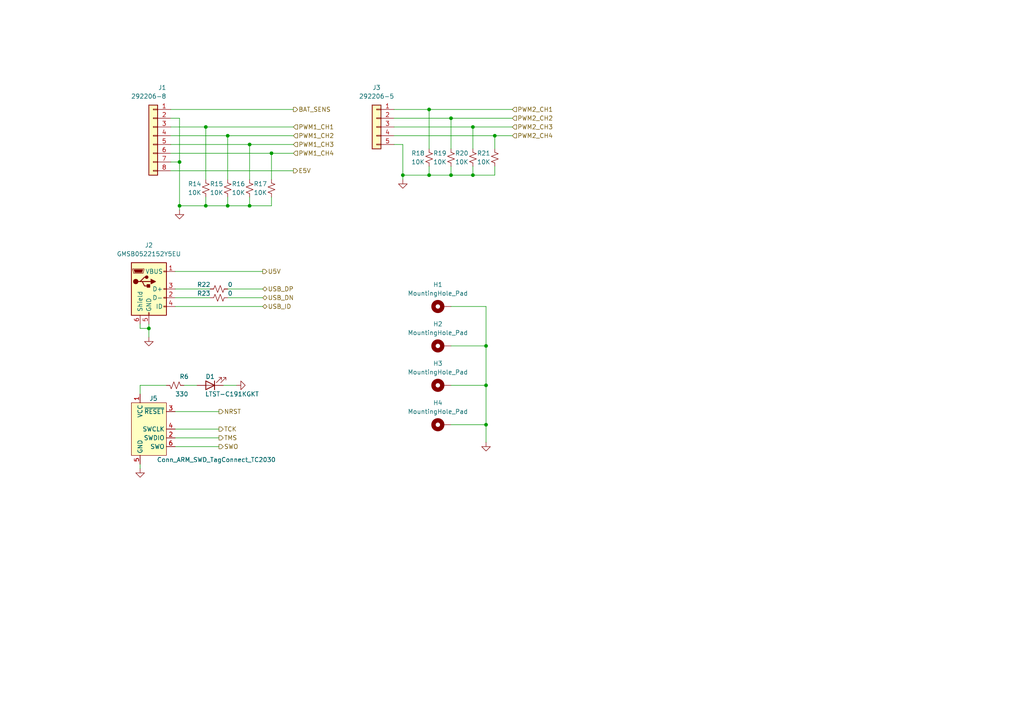
<source format=kicad_sch>
(kicad_sch (version 20230121) (generator eeschema)
  (paper "A4")
  (title_block (title "Connectors") (date "2023-08-15") (rev "0.1"))
  (lib_symbols
    (symbol "Connector:Conn_ARM_SWD_TagConnect_TC2030" (in_bom no)
      (property "Reference" "J" (at 2.54 11.43 0))
      (property "Value" "Conn_ARM_SWD_TagConnect_TC2030" (at 5.08 8.89 0))
      (symbol "Conn_ARM_SWD_TagConnect_TC2030_0_0"
        (pin power_in line (at -2.54 10.16 270) (length 2.54) (name "VCC") (number "1"))
        (pin bidirectional line (at 7.62 -2.54 180) (length 2.54) (name "SWDIO") (number "2"))
        (pin open_collector line (at 7.62 5.08 180) (length 2.54) (name "~{RESET}") (number "3"))
        (pin output line (at 7.62 0 180) (length 2.54) (name "SWCLK") (number "4"))
        (pin power_in line (at -2.54 -10.16 90) (length 2.54) (name "GND") (number "5"))
        (pin input line (at 7.62 -5.08 180) (length 2.54) (name "SWO") (number "6"))
      )
      (symbol "Conn_ARM_SWD_TagConnect_TC2030_0_1"
        (rectangle (start -5.08 7.62) (end 5.08 -7.62) (fill (type background)))
      )
    )
    (symbol "Connector:USB_B_Mini" (pin_names (offset 1.016))
      (property "Reference" "J" (at -5.08 11.43 0))
      (property "Value" "USB_B_Mini" (at -5.08 8.89 0))
      (symbol "USB_B_Mini_0_1"
        (rectangle (start -5.08 -7.62) (end 5.08 7.62) (stroke (width 0.254)) (fill (type background)))
        (circle (center -3.81 2.159) (radius 0.635) (stroke (width 0.254)) (fill (type outline)))
        (circle (center -0.635 3.429) (radius 0.381) (stroke (width 0.254)) (fill (type outline)))
        (rectangle (start -0.127 -7.62) (end 0.127 -6.858))
        (polyline (pts (xy -1.905 2.159) (xy 0.635 2.159)) (stroke (width 0.254)))
        (polyline (pts (xy -3.175 2.159) (xy -2.54 2.159) (xy -1.27 3.429) (xy -0.635 3.429)) (stroke (width 0.254)))
        (polyline (pts (xy -2.54 2.159) (xy -1.905 2.159) (xy -1.27 0.889) (xy 0 0.889)) (stroke (width 0.254)))
        (polyline (pts (xy 0.635 2.794) (xy 0.635 1.524) (xy 1.905 2.159) (xy 0.635 2.794)) (stroke (width 0.254)) (fill (type outline)))
        (polyline (pts (xy -4.318 5.588) (xy -1.778 5.588) (xy -2.032 4.826) (xy -4.064 4.826) (xy -4.318 5.588)) (fill (type outline)))
        (polyline (pts (xy -4.699 5.842) (xy -4.699 5.588) (xy -4.445 4.826) (xy -4.445 4.572) (xy -1.651 4.572) (xy -1.651 4.826) (xy -1.397 5.588) (xy -1.397 5.842) (xy -4.699 5.842)))
        (rectangle (start 0.254 1.27) (end -0.508 0.508) (stroke (width 0.254)) (fill (type outline)))
        (rectangle (start 5.08 -5.207) (end 4.318 -4.953))
        (rectangle (start 5.08 -2.667) (end 4.318 -2.413))
        (rectangle (start 5.08 -0.127) (end 4.318 0.127))
        (rectangle (start 5.08 4.953) (end 4.318 5.207))
      )
      (symbol "USB_B_Mini_1_1"
        (pin power_out line (at 7.62 5.08 180) (length 2.54) (name "VBUS") (number "1"))
        (pin bidirectional line (at 7.62 -2.54 180) (length 2.54) (name "D-") (number "2"))
        (pin bidirectional line (at 7.62 0 180) (length 2.54) (name "D+") (number "3"))
        (pin passive line (at 7.62 -5.08 180) (length 2.54) (name "ID") (number "4"))
        (pin power_out line (at 0 -10.16 90) (length 2.54) (name "GND") (number "5"))
        (pin passive line (at -2.54 -10.16 90) (length 2.54) (name "Shield") (number "6"))
      )
    )
    (symbol "Connector_Generic:Conn_01x05" (pin_names (offset 1.016) hide)
      (property "Reference" "J" (at 0 7.62 0))
      (property "Value" "Conn_01x05" (at 0 -7.62 0))
      (symbol "Conn_01x05_1_1"
        (rectangle (start -1.27 -4.953) (end 0 -5.207) (stroke (width 0.1524)))
        (rectangle (start -1.27 -2.413) (end 0 -2.667) (stroke (width 0.1524)))
        (rectangle (start -1.27 0.127) (end 0 -0.127) (stroke (width 0.1524)))
        (rectangle (start -1.27 2.667) (end 0 2.413) (stroke (width 0.1524)))
        (rectangle (start -1.27 5.207) (end 0 4.953) (stroke (width 0.1524)))
        (rectangle (start -1.27 6.35) (end 1.27 -6.35) (stroke (width 0.254)) (fill (type background)))
        (pin passive line (at -5.08 5.08 0) (length 3.81) (name "Pin_1") (number "1"))
        (pin passive line (at -5.08 2.54 0) (length 3.81) (name "Pin_2") (number "2"))
        (pin passive line (at -5.08 0 0) (length 3.81) (name "Pin_3") (number "3"))
        (pin passive line (at -5.08 -2.54 0) (length 3.81) (name "Pin_4") (number "4"))
        (pin passive line (at -5.08 -5.08 0) (length 3.81) (name "Pin_5") (number "5"))
      )
    )
    (symbol "Connector_Generic:Conn_01x08" (pin_names (offset 1.016) hide)
      (property "Reference" "J" (at 0 10.16 0))
      (property "Value" "Conn_01x08" (at 0 -12.7 0))
      (symbol "Conn_01x08_1_1"
        (rectangle (start -1.27 -10.033) (end 0 -10.287) (stroke (width 0.1524)))
        (rectangle (start -1.27 -7.493) (end 0 -7.747) (stroke (width 0.1524)))
        (rectangle (start -1.27 -4.953) (end 0 -5.207) (stroke (width 0.1524)))
        (rectangle (start -1.27 -2.413) (end 0 -2.667) (stroke (width 0.1524)))
        (rectangle (start -1.27 0.127) (end 0 -0.127) (stroke (width 0.1524)))
        (rectangle (start -1.27 2.667) (end 0 2.413) (stroke (width 0.1524)))
        (rectangle (start -1.27 5.207) (end 0 4.953) (stroke (width 0.1524)))
        (rectangle (start -1.27 7.747) (end 0 7.493) (stroke (width 0.1524)))
        (rectangle (start -1.27 8.89) (end 1.27 -11.43) (stroke (width 0.254)) (fill (type background)))
        (pin passive line (at -5.08 7.62 0) (length 3.81) (name "Pin_1") (number "1"))
        (pin passive line (at -5.08 5.08 0) (length 3.81) (name "Pin_2") (number "2"))
        (pin passive line (at -5.08 2.54 0) (length 3.81) (name "Pin_3") (number "3"))
        (pin passive line (at -5.08 0 0) (length 3.81) (name "Pin_4") (number "4"))
        (pin passive line (at -5.08 -2.54 0) (length 3.81) (name "Pin_5") (number "5"))
        (pin passive line (at -5.08 -5.08 0) (length 3.81) (name "Pin_6") (number "6"))
        (pin passive line (at -5.08 -7.62 0) (length 3.81) (name "Pin_7") (number "7"))
        (pin passive line (at -5.08 -10.16 0) (length 3.81) (name "Pin_8") (number "8"))
      )
    )
    (symbol "Device:LED" (pin_numbers hide) (pin_names (offset 1.016) hide)
      (property "Reference" "D" (at 0 2.54 0))
      (property "Value" "LED" (at 0 -2.54 0))
      (symbol "LED_0_1"
        (polyline (pts (xy -1.27 -1.27) (xy -1.27 1.27)) (stroke (width 0.254)))
        (polyline (pts (xy -1.27 0) (xy 1.27 0)))
        (polyline (pts (xy 1.27 -1.27) (xy 1.27 1.27) (xy -1.27 0) (xy 1.27 -1.27)) (stroke (width 0.254)))
        (polyline (pts (xy -3.048 -0.762) (xy -4.572 -2.286) (xy -3.81 -2.286) (xy -4.572 -2.286) (xy -4.572 -1.524)))
        (polyline (pts (xy -1.778 -0.762) (xy -3.302 -2.286) (xy -2.54 -2.286) (xy -3.302 -2.286) (xy -3.302 -1.524)))
      )
      (symbol "LED_1_1"
        (pin passive line (at -3.81 0 0) (length 2.54) (name "K") (number "1"))
        (pin passive line (at 3.81 0 180) (length 2.54) (name "A") (number "2"))
      )
    )
    (symbol "Device:R_Small_US" (pin_numbers hide) (pin_names (offset 0.254) hide)
      (property "Reference" "R" (at 0.762 0.508 0))
      (property "Value" "R_Small_US" (at 0.762 -1.016 0))
      (symbol "R_Small_US_1_1"
        (polyline (pts (xy 0 0) (xy 1.016 -0.381) (xy 0 -0.762) (xy -1.016 -1.143) (xy 0 -1.524)))
        (polyline (pts (xy 0 1.524) (xy 1.016 1.143) (xy 0 0.762) (xy -1.016 0.381) (xy 0 0)))
        (pin passive line (at 0 2.54 270) (length 1.016) (name "~") (number "1"))
        (pin passive line (at 0 -2.54 90) (length 1.016) (name "~") (number "2"))
      )
    )
    (symbol "GND_1" (power) (pin_numbers hide) (pin_names (offset 0))
      (property "Value" "GND_1" (at 0 -3.81 0))
      (symbol "GND_1_0_1"
        (polyline (pts (xy 0 0) (xy 0 -1.27) (xy 1.27 -1.27) (xy 0 -2.54) (xy -1.27 -1.27) (xy 0 -1.27)))
      )
      (symbol "GND_1_1_1"
        (pin power_in line (at 0 0 270) (length 0) hide (name "GND") (number "1"))
      )
    )
    (symbol "Mechanical:MountingHole_Pad" (pin_numbers hide) (pin_names (offset 1.016) hide)
      (property "Reference" "H" (at 0 6.35 0))
      (property "Value" "MountingHole_Pad" (at 0 4.445 0))
      (symbol "MountingHole_Pad_0_1"
        (circle (center 0 1.27) (radius 1.27) (stroke (width 1.27)))
      )
      (symbol "MountingHole_Pad_1_1"
        (pin input line (at 0 -2.54 90) (length 2.54) (name "1") (number "1"))
      )
    )
    (symbol "power:GND" (power) (pin_names (offset 0))
      (property "Value" "GND" (at 0 -3.81 0))
      (symbol "GND_0_1"
        (polyline (pts (xy 0 0) (xy 0 -1.27) (xy 1.27 -1.27) (xy 0 -2.54) (xy -1.27 -1.27) (xy 0 -1.27)))
      )
      (symbol "GND_1_1"
        (pin power_in line (at 0 0 270) (length 0) hide (name "GND") (number "1"))
      )
    )
  )
  (junction (at 143.51 39.37))
  (junction (at 72.39 41.91))
  (junction (at 59.69 59.69))
  (junction (at 140.97 100.33))
  (junction (at 130.81 50.8))
  (junction (at 52.07 46.99))
  (junction (at 124.46 31.75))
  (junction (at 124.46 50.8))
  (junction (at 52.07 59.69))
  (junction (at 43.18 95.25))
  (junction (at 66.04 59.69))
  (junction (at 137.16 36.83))
  (junction (at 140.97 111.76))
  (junction (at 59.69 36.83))
  (junction (at 66.04 39.37))
  (junction (at 116.84 50.8))
  (junction (at 140.97 123.19))
  (junction (at 78.74 44.45))
  (junction (at 130.81 34.29))
  (junction (at 137.16 50.8))
  (junction (at 72.39 59.69))
  (wire (pts (xy 140.97 100.33) (xy 140.97 111.76)))
  (wire (pts (xy 49.53 44.45) (xy 78.74 44.45)))
  (wire (pts (xy 49.53 49.53) (xy 85.09 49.53)))
  (wire (pts (xy 59.69 36.83) (xy 59.69 52.07)))
  (wire (pts (xy 50.8 124.46) (xy 63.5 124.46)))
  (wire (pts (xy 50.8 127) (xy 63.5 127)))
  (wire (pts (xy 137.16 50.8) (xy 143.51 50.8)))
  (wire (pts (xy 130.81 88.9) (xy 140.97 88.9)))
  (wire (pts (xy 66.04 59.69) (xy 72.39 59.69)))
  (wire (pts (xy 40.64 111.76) (xy 40.64 114.3)))
  (wire (pts (xy 43.18 93.98) (xy 43.18 95.25)))
  (wire (pts (xy 49.53 31.75) (xy 85.09 31.75)))
  (wire (pts (xy 140.97 123.19) (xy 140.97 128.27)))
  (wire (pts (xy 130.81 50.8) (xy 137.16 50.8)))
  (wire (pts (xy 124.46 31.75) (xy 124.46 43.18)))
  (wire (pts (xy 40.64 93.98) (xy 40.64 95.25)))
  (wire (pts (xy 49.53 41.91) (xy 72.39 41.91)))
  (wire (pts (xy 116.84 50.8) (xy 116.84 52.07)))
  (wire (pts (xy 130.81 100.33) (xy 140.97 100.33)))
  (wire (pts (xy 66.04 83.82) (xy 76.2 83.82)))
  (wire (pts (xy 43.18 95.25) (xy 43.18 97.79)))
  (wire (pts (xy 53.34 111.76) (xy 57.15 111.76)))
  (wire (pts (xy 49.53 39.37) (xy 66.04 39.37)))
  (wire (pts (xy 114.3 34.29) (xy 130.81 34.29)))
  (wire (pts (xy 140.97 111.76) (xy 140.97 123.19)))
  (wire (pts (xy 50.8 129.54) (xy 63.5 129.54)))
  (wire (pts (xy 130.81 48.26) (xy 130.81 50.8)))
  (wire (pts (xy 40.64 111.76) (xy 48.26 111.76)))
  (wire (pts (xy 116.84 41.91) (xy 116.84 50.8)))
  (wire (pts (xy 49.53 34.29) (xy 52.07 34.29)))
  (wire (pts (xy 137.16 48.26) (xy 137.16 50.8)))
  (wire (pts (xy 66.04 86.36) (xy 76.2 86.36)))
  (wire (pts (xy 59.69 59.69) (xy 66.04 59.69)))
  (wire (pts (xy 78.74 59.69) (xy 78.74 57.15)))
  (wire (pts (xy 66.04 57.15) (xy 66.04 59.69)))
  (wire (pts (xy 49.53 36.83) (xy 59.69 36.83)))
  (wire (pts (xy 130.81 111.76) (xy 140.97 111.76)))
  (wire (pts (xy 52.07 59.69) (xy 52.07 60.96)))
  (wire (pts (xy 143.51 39.37) (xy 143.51 43.18)))
  (wire (pts (xy 116.84 50.8) (xy 124.46 50.8)))
  (wire (pts (xy 52.07 34.29) (xy 52.07 46.99)))
  (wire (pts (xy 124.46 31.75) (xy 148.59 31.75)))
  (wire (pts (xy 50.8 88.9) (xy 76.2 88.9)))
  (wire (pts (xy 114.3 36.83) (xy 137.16 36.83)))
  (wire (pts (xy 78.74 44.45) (xy 85.09 44.45)))
  (wire (pts (xy 137.16 43.18) (xy 137.16 36.83)))
  (wire (pts (xy 143.51 50.8) (xy 143.51 48.26)))
  (wire (pts (xy 130.81 34.29) (xy 130.81 43.18)))
  (wire (pts (xy 130.81 123.19) (xy 140.97 123.19)))
  (wire (pts (xy 50.8 78.74) (xy 76.2 78.74)))
  (wire (pts (xy 52.07 59.69) (xy 59.69 59.69)))
  (wire (pts (xy 59.69 57.15) (xy 59.69 59.69)))
  (wire (pts (xy 130.81 34.29) (xy 148.59 34.29)))
  (wire (pts (xy 59.69 36.83) (xy 85.09 36.83)))
  (wire (pts (xy 114.3 31.75) (xy 124.46 31.75)))
  (wire (pts (xy 50.8 83.82) (xy 60.96 83.82)))
  (wire (pts (xy 143.51 39.37) (xy 148.59 39.37)))
  (wire (pts (xy 140.97 88.9) (xy 140.97 100.33)))
  (wire (pts (xy 50.8 86.36) (xy 60.96 86.36)))
  (wire (pts (xy 137.16 36.83) (xy 148.59 36.83)))
  (wire (pts (xy 72.39 41.91) (xy 72.39 52.07)))
  (wire (pts (xy 124.46 50.8) (xy 130.81 50.8)))
  (wire (pts (xy 114.3 41.91) (xy 116.84 41.91)))
  (wire (pts (xy 72.39 41.91) (xy 85.09 41.91)))
  (wire (pts (xy 72.39 57.15) (xy 72.39 59.69)))
  (wire (pts (xy 64.77 111.76) (xy 68.58 111.76)))
  (wire (pts (xy 66.04 39.37) (xy 85.09 39.37)))
  (wire (pts (xy 40.64 134.62) (xy 40.64 135.89)))
  (wire (pts (xy 52.07 46.99) (xy 49.53 46.99)))
  (wire (pts (xy 66.04 39.37) (xy 66.04 52.07)))
  (wire (pts (xy 78.74 44.45) (xy 78.74 52.07)))
  (wire (pts (xy 72.39 59.69) (xy 78.74 59.69)))
  (wire (pts (xy 124.46 48.26) (xy 124.46 50.8)))
  (wire (pts (xy 50.8 119.38) (xy 63.5 119.38)))
  (wire (pts (xy 52.07 46.99) (xy 52.07 59.69)))
  (wire (pts (xy 114.3 39.37) (xy 143.51 39.37)))
  (wire (pts (xy 40.64 95.25) (xy 43.18 95.25)))
  (hierarchical_label "PWM2_CH4" (shape input) (at 148.59 39.37 0))
  (hierarchical_label "TCK" (shape output) (at 63.5 124.46 0))
  (hierarchical_label "USB_DN" (shape bidirectional) (at 76.2 86.36 0))
  (hierarchical_label "TMS" (shape output) (at 63.5 127 0))
  (hierarchical_label "PWM1_CH3" (shape input) (at 85.09 41.91 0))
  (hierarchical_label "NRST" (shape output) (at 63.5 119.38 0))
  (hierarchical_label "PWM1_CH1" (shape input) (at 85.09 36.83 0))
  (hierarchical_label "U5V" (shape output) (at 76.2 78.74 0))
  (hierarchical_label "PWM1_CH2" (shape input) (at 85.09 39.37 0))
  (hierarchical_label "SWO" (shape output) (at 63.5 129.54 0))
  (hierarchical_label "PWM2_CH2" (shape input) (at 148.59 34.29 0))
  (hierarchical_label "PWM2_CH3" (shape input) (at 148.59 36.83 0))
  (hierarchical_label "USB_ID" (shape bidirectional) (at 76.2 88.9 0))
  (hierarchical_label "E5V" (shape output) (at 85.09 49.53 0))
  (hierarchical_label "PWM2_CH1" (shape input) (at 148.59 31.75 0))
  (hierarchical_label "PWM1_CH4" (shape input) (at 85.09 44.45 0))
  (hierarchical_label "USB_DP" (shape bidirectional) (at 76.2 83.82 0))
  (hierarchical_label "BAT_SENS" (shape output) (at 85.09 31.75 0))
  (symbol (lib_id "Connector:USB_B_Mini") (at 43.18 83.82 0) (unit 1)
    (property "Reference" "J2" (at 43.18 71.12 0))
    (property "Value" "GMSB0522152Y5EU" (at 43.18 73.66 0))
    (property "Footprint" "Drone_FCU:GMSB0522152Y5EU" (effects hide))
  )
  (symbol (lib_id "Device:R_Small_US") (at 130.81 45.72 0) (unit 1)
    (property "Reference" "R19" (at 129.54 44.45 0) (effects (justify right)))
    (property "Value" "10K" (at 129.54 46.99 0) (effects (justify right)))
    (property "Footprint" "Resistor_SMD:R_0603_1608Metric_Pad0.98x0.95mm_HandSolder" (effects hide))
  )
  (symbol (lib_id "Device:R_Small_US") (at 50.8 111.76 90) (mirror x) (unit 1)
    (property "Reference" "R6" (at 52.07 109.22 90) (effects (justify right)))
    (property "Value" "330" (at 50.8 114.3 90) (effects (justify right)))
    (property "Footprint" "Resistor_SMD:R_0603_1608Metric_Pad0.98x0.95mm_HandSolder" (effects hide))
  )
  (symbol (lib_id "power:GND") (at 116.84 52.07 0) (unit 1)
    (property "Reference" "#PWR049" (effects hide))
    (property "Value" "GND" (effects hide))
  )
  (symbol (lib_id "Device:R_Small_US") (at 63.5 86.36 90) (unit 1)
    (property "Reference" "R23" (at 57.15 85.09 90) (effects (justify right)))
    (property "Value" "0" (at 66.04 85.09 90) (effects (justify right)))
    (property "Footprint" "Resistor_SMD:R_0603_1608Metric_Pad0.98x0.95mm_HandSolder" (effects hide))
  )
  (symbol (lib_id "Device:LED") (at 60.96 111.76 180) (unit 1)
    (property "Reference" "D1" (at 60.96 109.22 0))
    (property "Value" "LTST-C191KGKT" (at 67.31 114.3 0))
    (property "Footprint" "Capacitor_SMD:C_0603_1608Metric_Pad1.08x0.95mm_HandSolder" (effects hide))
    (instances (project "fcu_stm32l475" (path "" (reference "D1") (unit 1)) (path "" (reference "D3") (unit 1))))
  )
  (symbol (lib_name "GND_1") (lib_id "power:GND") (at 40.64 135.89 0) (unit 1)
    (property "Reference" "#PWR067" (effects hide))
    (property "Value" "GND" (effects hide))
  )
  (symbol (lib_id "Connector_Generic:Conn_01x08") (at 44.45 39.37 0) (mirror y) (unit 1)
    (property "Reference" "J1" (at 48.26 25.4 0) (effects (justify left)))
    (property "Value" "292206-8" (at 48.26 27.94 0) (effects (justify left)))
    (property "Footprint" "Drone_FCU:292206-8" (effects hide))
  )
  (symbol (lib_id "Mechanical:MountingHole_Pad") (at 128.27 123.19 90) (unit 1)
    (property "Reference" "H4" (at 127 116.84 90))
    (property "Value" "MountingHole_Pad" (at 127 119.38 90))
    (property "Footprint" "MountingHole:MountingHole_3.2mm_M3_DIN965_Pad_TopBottom" (effects hide))
  )
  (symbol (lib_id "Device:R_Small_US") (at 59.69 54.61 0) (unit 1)
    (property "Reference" "R14" (at 58.42 53.34 0) (effects (justify right)))
    (property "Value" "10K" (at 58.42 55.88 0) (effects (justify right)))
    (property "Footprint" "Resistor_SMD:R_0603_1608Metric_Pad0.98x0.95mm_HandSolder" (effects hide))
  )
  (symbol (lib_id "Device:R_Small_US") (at 66.04 54.61 0) (unit 1)
    (property "Reference" "R15" (at 64.77 53.34 0) (effects (justify right)))
    (property "Value" "10K" (at 64.77 55.88 0) (effects (justify right)))
    (property "Footprint" "Resistor_SMD:R_0603_1608Metric_Pad0.98x0.95mm_HandSolder" (effects hide))
  )
  (symbol (lib_id "Mechanical:MountingHole_Pad") (at 128.27 88.9 90) (unit 1)
    (property "Reference" "H1" (at 127 82.55 90))
    (property "Value" "MountingHole_Pad" (at 127 85.09 90))
    (property "Footprint" "MountingHole:MountingHole_3.2mm_M3_DIN965_Pad_TopBottom" (effects hide))
  )
  (symbol (lib_id "Mechanical:MountingHole_Pad") (at 128.27 100.33 90) (unit 1)
    (property "Reference" "H2" (at 127 93.98 90))
    (property "Value" "MountingHole_Pad" (at 127 96.52 90))
    (property "Footprint" "MountingHole:MountingHole_3.2mm_M3_DIN965_Pad_TopBottom" (effects hide))
  )
  (symbol (lib_id "power:GND") (at 52.07 60.96 0) (unit 1)
    (property "Reference" "#PWR01" (effects hide))
    (property "Value" "GND" (effects hide))
  )
  (symbol (lib_id "Device:R_Small_US") (at 63.5 83.82 90) (unit 1)
    (property "Reference" "R22" (at 57.15 82.55 90) (effects (justify right)))
    (property "Value" "0" (at 66.04 82.55 90) (effects (justify right)))
    (property "Footprint" "Resistor_SMD:R_0603_1608Metric_Pad0.98x0.95mm_HandSolder" (effects hide))
  )
  (symbol (lib_id "Connector_Generic:Conn_01x05") (at 109.22 36.83 0) (mirror y) (unit 1)
    (property "Reference" "J3" (at 109.22 25.4 0))
    (property "Value" "292206-5" (at 109.22 27.94 0))
    (property "Footprint" "Drone_FCU:292206-5" (effects hide))
  )
  (symbol (lib_id "Device:R_Small_US") (at 143.51 45.72 0) (unit 1)
    (property "Reference" "R21" (at 142.24 44.45 0) (effects (justify right)))
    (property "Value" "10K" (at 142.24 46.99 0) (effects (justify right)))
    (property "Footprint" "Resistor_SMD:R_0603_1608Metric_Pad0.98x0.95mm_HandSolder" (effects hide))
  )
  (symbol (lib_name "GND_1") (lib_id "power:GND") (at 43.18 97.79 0) (unit 1)
    (property "Reference" "#PWR02" (effects hide))
    (property "Value" "GND" (effects hide))
  )
  (symbol (lib_id "power:GND") (at 140.97 128.27 0) (unit 1)
    (property "Reference" "#PWR085" (effects hide))
    (property "Value" "GND" (effects hide))
  )
  (symbol (lib_id "Device:R_Small_US") (at 137.16 45.72 0) (unit 1)
    (property "Reference" "R20" (at 135.89 44.45 0) (effects (justify right)))
    (property "Value" "10K" (at 135.89 46.99 0) (effects (justify right)))
    (property "Footprint" "Resistor_SMD:R_0603_1608Metric_Pad0.98x0.95mm_HandSolder" (effects hide))
  )
  (symbol (lib_id "Device:R_Small_US") (at 78.74 54.61 0) (unit 1)
    (property "Reference" "R17" (at 77.47 53.34 0) (effects (justify right)))
    (property "Value" "10K" (at 77.47 55.88 0) (effects (justify right)))
    (property "Footprint" "Resistor_SMD:R_0603_1608Metric_Pad0.98x0.95mm_HandSolder" (effects hide))
  )
  (symbol (lib_id "Device:R_Small_US") (at 72.39 54.61 0) (unit 1)
    (property "Reference" "R16" (at 71.12 53.34 0) (effects (justify right)))
    (property "Value" "10K" (at 71.12 55.88 0) (effects (justify right)))
    (property "Footprint" "Resistor_SMD:R_0603_1608Metric_Pad0.98x0.95mm_HandSolder" (effects hide))
  )
  (symbol (lib_id "Connector:Conn_ARM_SWD_TagConnect_TC2030") (at 43.18 124.46 0) (unit 1) (in_bom no)
    (property "Reference" "J5" (at 45.72 115.57 0) (effects (justify right)))
    (property "Value" "Conn_ARM_SWD_TagConnect_TC2030" (at 80.01 133.35 0) (effects (justify right)))
    (property "Footprint" "Connector:Tag-Connect_TC2030-IDC-FP_2x03_P1.27mm_Vertical" (effects hide))
    (property "Datasheet" "https://www.tag-connect.com/wp-content/uploads/bsk-pdf-manager/TC2030-CTX_1.pdf" (effects hide))
  )
  (symbol (lib_id "Mechanical:MountingHole_Pad") (at 128.27 111.76 90) (unit 1)
    (property "Reference" "H3" (at 127 105.41 90))
    (property "Value" "MountingHole_Pad" (at 127 107.95 90))
    (property "Footprint" "MountingHole:MountingHole_3.2mm_M3_DIN965_Pad_TopBottom" (effects hide))
  )
  (symbol (lib_name "GND_1") (lib_id "power:GND") (at 68.58 111.76 90) (mirror x) (unit 1)
    (property "Reference" "#PWR036" (effects hide))
    (property "Value" "GND" (effects hide))
  )
  (symbol (lib_id "Device:R_Small_US") (at 124.46 45.72 0) (unit 1)
    (property "Reference" "R18" (at 123.19 44.45 0) (effects (justify right)))
    (property "Value" "10K" (at 123.19 46.99 0) (effects (justify right)))
    (property "Footprint" "Resistor_SMD:R_0603_1608Metric_Pad0.98x0.95mm_HandSolder" (effects hide))
  )
)
</source>
